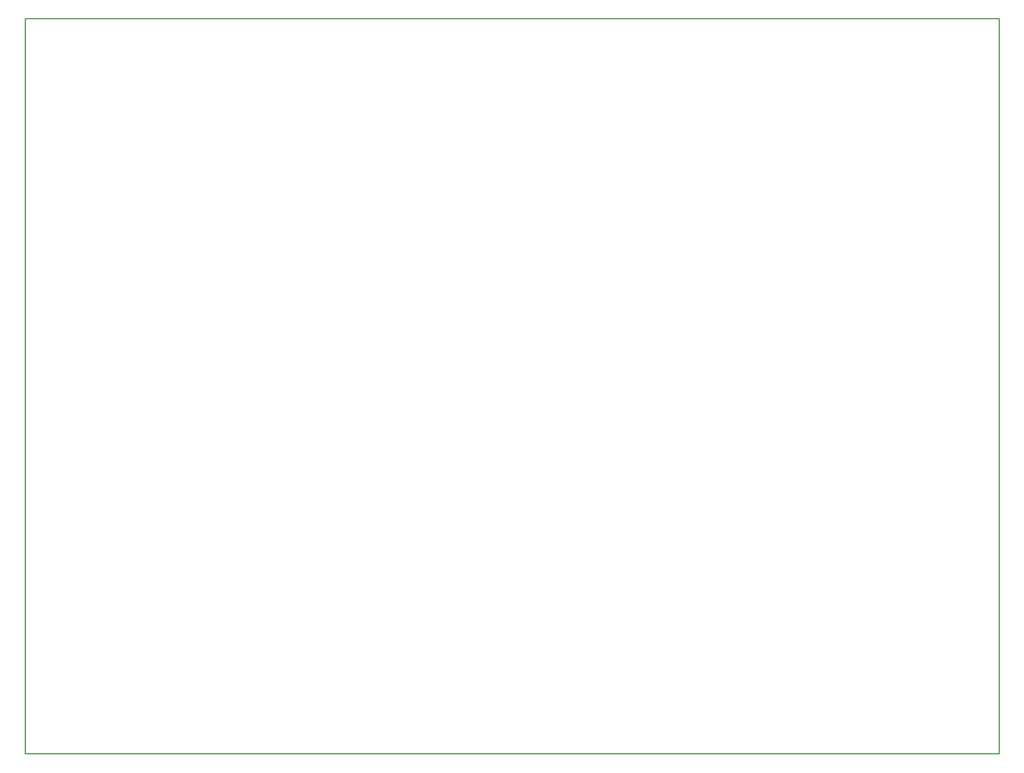
<source format=gbr>
%TF.GenerationSoftware,KiCad,Pcbnew,7.0.5*%
%TF.CreationDate,2024-02-20T16:17:49+00:00*%
%TF.ProjectId,EGSE,45475345-2e6b-4696-9361-645f70636258,rev?*%
%TF.SameCoordinates,Original*%
%TF.FileFunction,Profile,NP*%
%FSLAX46Y46*%
G04 Gerber Fmt 4.6, Leading zero omitted, Abs format (unit mm)*
G04 Created by KiCad (PCBNEW 7.0.5) date 2024-02-20 16:17:49*
%MOMM*%
%LPD*%
G01*
G04 APERTURE LIST*
%TA.AperFunction,Profile*%
%ADD10C,0.200000*%
%TD*%
G04 APERTURE END LIST*
D10*
X19454500Y-35306000D02*
X169418000Y-35306000D01*
X169418000Y-148590000D01*
X19454500Y-148590000D01*
X19454500Y-35306000D01*
M02*

</source>
